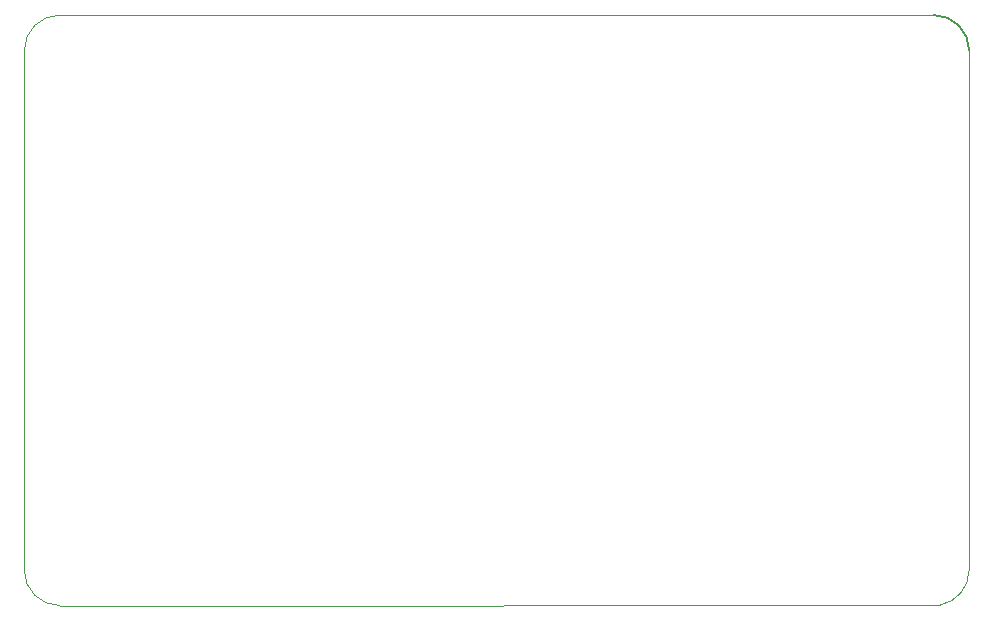
<source format=gbr>
%TF.GenerationSoftware,KiCad,Pcbnew,(6.0.7-1)-1*%
%TF.CreationDate,2022-09-20T14:46:45+12:00*%
%TF.ProjectId,ENEL300Group10MCUBoard,454e454c-3330-4304-9772-6f757031304d,rev?*%
%TF.SameCoordinates,Original*%
%TF.FileFunction,Profile,NP*%
%FSLAX46Y46*%
G04 Gerber Fmt 4.6, Leading zero omitted, Abs format (unit mm)*
G04 Created by KiCad (PCBNEW (6.0.7-1)-1) date 2022-09-20 14:46:45*
%MOMM*%
%LPD*%
G01*
G04 APERTURE LIST*
%TA.AperFunction,Profile*%
%ADD10C,0.100000*%
%TD*%
%TA.AperFunction,Profile*%
%ADD11C,0.150000*%
%TD*%
G04 APERTURE END LIST*
D10*
X53000000Y-87500000D02*
X127493197Y-87459182D01*
X50000000Y-84500000D02*
G75*
G03*
X53000000Y-87500000I3000000J0D01*
G01*
X53000000Y-37500000D02*
G75*
G03*
X50000000Y-40500000I0J-3000000D01*
G01*
X50000000Y-40500000D02*
X50000000Y-84500000D01*
X53000000Y-37500000D02*
X127000000Y-37500000D01*
D11*
X130000000Y-40500000D02*
G75*
G03*
X127000000Y-37500000I-3000000J0D01*
G01*
D10*
X130000000Y-84500000D02*
X130000000Y-40500000D01*
X127493197Y-87459182D02*
G75*
G03*
X130000000Y-84500000I-493197J2959182D01*
G01*
M02*

</source>
